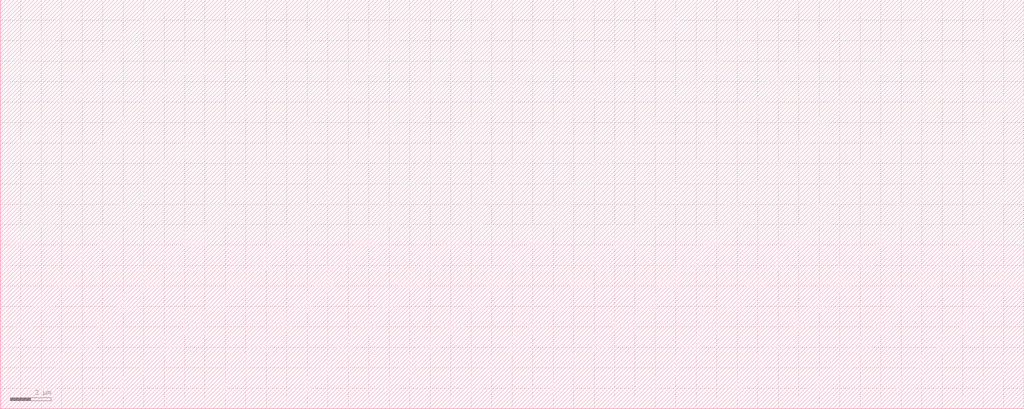
<source format=lef>
VERSION 5.4 ;
NAMESCASESENSITIVE ON ;
BUSBITCHARS "[]" ;
DIVIDERCHAR "/" ;

UNITS
  DATABASE MICRONS 1000 ;
END UNITS

MACRO bus4
 SIZE 50 BY 20 ;
 PIN in[0] DIRECTION INPUT ; END in[0]
 PIN in[1] DIRECTION INPUT ; END in[1]
 PIN in[2] DIRECTION INPUT ; END in[2]
 PIN in[3] DIRECTION INPUT ; END in[3]
 PIN out[0] DIRECTION OUTPUT ; END out[0]
 PIN out[1] DIRECTION OUTPUT ; END out[1]
 PIN out[2] DIRECTION OUTPUT ; END out[2]
 PIN out[3] DIRECTION OUTPUT ; END out[3]
 PIN VDD DIRECTION INOUT ; USE POWER ; END VDD
 PIN VSS DIRECTION INOUT ; USE GROUND ; END VSS
END bus4

END LIBRARY


</source>
